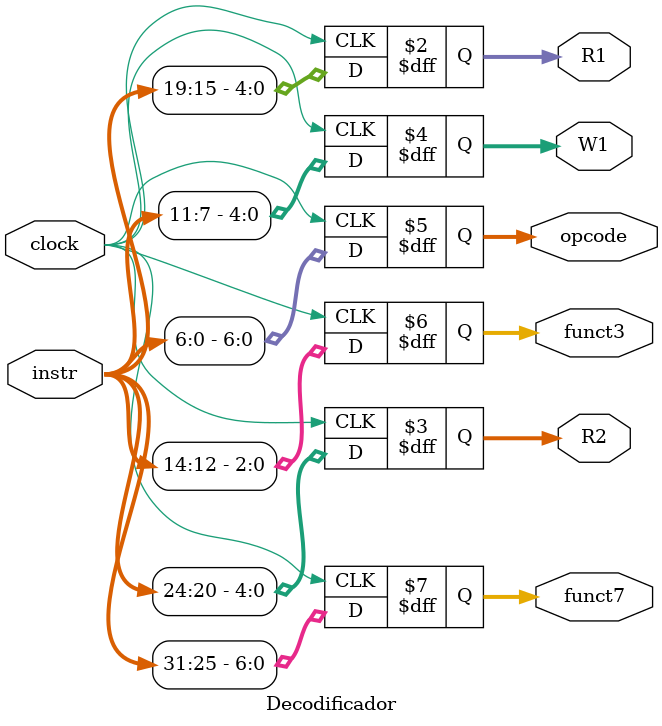
<source format=v>
`timescale 1ns / 1ps
module Decodificador( instr, clock, R1, R2, W1, opcode, funct3, funct7 );

    input [31:0] instr;
    input clock;
	 
    output reg [4:0]R1;
    output reg [4:0]R2;
    output reg [4:0]W1;
	 output reg [6:0]opcode;
	 output reg [2:0]funct3;
	 output reg [6:0]funct7;
	 
	 //Toma la instruccion y le asigna los valores a R1, R2, W1 opcode, funct3 y funct7
	 
	 
	 always@(posedge clock) begin
		R1 = instr[19:15];
		R2 = instr[24:20];
		W1 = instr[11:7];
		funct3 = instr[14:12];
		funct7 = instr[31:25];
		opcode = instr[6:0];
	 end
	 
endmodule

</source>
